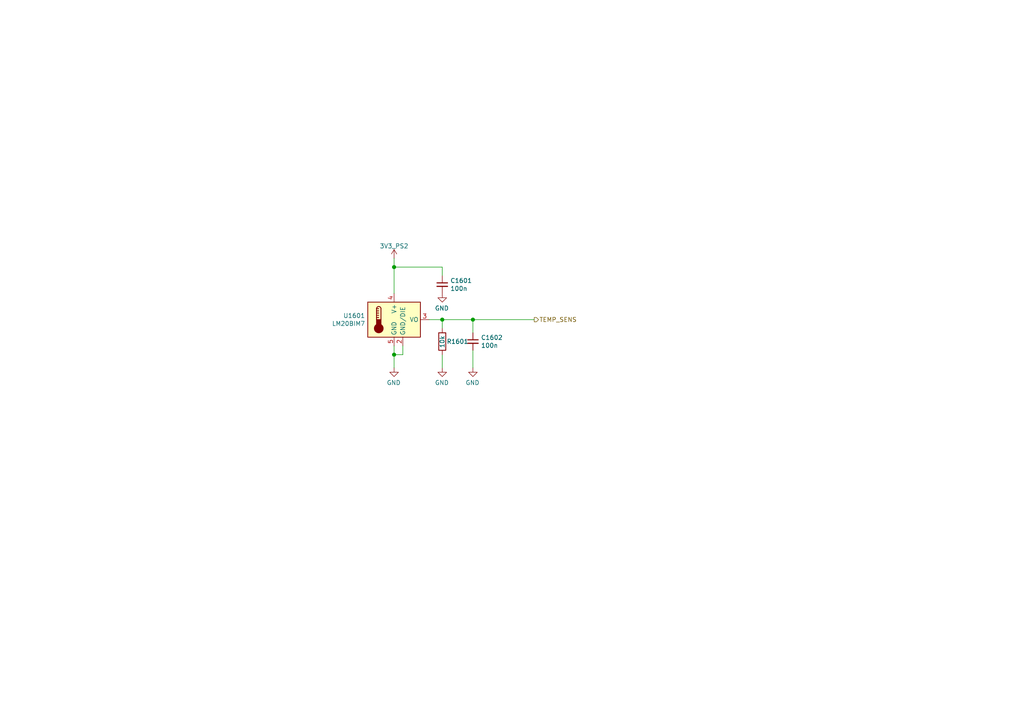
<source format=kicad_sch>
(kicad_sch (version 20230121) (generator eeschema)
  (paper "A4")
  (title_block (title "PS2 EE Analog Temperature Sensor") (rev "0.3") (comment 5 "-a project by Tschicki"))
  (lib_symbols
    (symbol "PS2:3V5" (power) (pin_names (offset 0))
      (property "Value" "3V3_PS2" (at 0 3.556 0))
      (symbol "3V5_0_1"
        (polyline (pts (xy -0.762 1.27) (xy 0 2.54)))
        (polyline (pts (xy 0 0) (xy 0 2.54)))
        (polyline (pts (xy 0 2.54) (xy 0.762 1.27)))
      )
      (symbol "3V5_1_1"
        (pin power_in line (at 0 0 90) (length 0) hide (name "3V3_PS2") (number "1"))
      )
    )
    (symbol "PS2:LM20BIM7"
      (property "Reference" "U" (at -6.35 6.35 0))
      (property "Value" "LM20BIM7" (at 1.27 6.35 0))
      (symbol "LM20BIM7_0_1"
        (rectangle (start -7.62 5.08) (end 7.62 -5.08) (stroke (width 0.254)) (fill (type background)))
        (circle (center -4.445 -2.54) (radius 1.27) (stroke (width 0.254)) (fill (type outline)))
        (rectangle (start -3.81 -1.905) (end -5.08 0) (stroke (width 0.254)) (fill (type outline)))
        (arc (start -3.81 3.175) (mid -4.445 3.8073) (end -5.08 3.175) (stroke (width 0.254)))
        (polyline (pts (xy -5.08 0.635) (xy -4.445 0.635)) (stroke (width 0.254)))
        (polyline (pts (xy -5.08 1.27) (xy -4.445 1.27)) (stroke (width 0.254)))
        (polyline (pts (xy -5.08 1.905) (xy -4.445 1.905)) (stroke (width 0.254)))
        (polyline (pts (xy -5.08 2.54) (xy -4.445 2.54)) (stroke (width 0.254)))
        (polyline (pts (xy -5.08 3.175) (xy -5.08 0)) (stroke (width 0.254)))
        (polyline (pts (xy -5.08 3.175) (xy -4.445 3.175)) (stroke (width 0.254)))
        (polyline (pts (xy -3.81 3.175) (xy -3.81 0)) (stroke (width 0.254)))
      )
      (symbol "LM20BIM7_1_1"
        (pin no_connect line (at 5.08 -5.08 90) (length 2.54) hide (name "NC") (number "1"))
        (pin passive line (at 2.54 -7.62 90) (length 2.54) (name "GND/DIE") (number "2"))
        (pin output line (at 10.16 0 180) (length 2.54) (name "VO") (number "3"))
        (pin power_in line (at 0 7.62 270) (length 2.54) (name "V+") (number "4"))
        (pin power_in line (at 0 -7.62 90) (length 2.54) (name "GND") (number "5"))
      )
    )
    (symbol "PS2_Capacitors:C_100n_0402" (pin_numbers hide) (pin_names (offset 0.254) hide)
      (property "Reference" "C" (at 0.254 1.778 0))
      (property "Value" "100n" (at 0.254 -2.032 0))
      (symbol "C_100n_0402_0_1"
        (polyline (pts (xy -1.524 -0.508) (xy 1.524 -0.508)) (stroke (width 0.3302)))
        (polyline (pts (xy -1.524 0.508) (xy 1.524 0.508)) (stroke (width 0.3048)))
      )
      (symbol "C_100n_0402_1_1"
        (pin passive line (at 0 2.54 270) (length 2.032) (name "~") (number "1"))
        (pin passive line (at 0 -2.54 90) (length 2.032) (name "~") (number "2"))
      )
    )
    (symbol "PS2_Resistors:R_10k_0402" (pin_numbers hide) (pin_names (offset 0))
      (property "Reference" "R" (at 2.032 0 90))
      (property "Value" "10k" (at 0 0 90))
      (symbol "R_10k_0402_0_1"
        (rectangle (start -1.016 -2.54) (end 1.016 2.54) (stroke (width 0.254)))
      )
      (symbol "R_10k_0402_1_1"
        (pin passive line (at 0 3.81 270) (length 1.27) (name "~") (number "1"))
        (pin passive line (at 0 -3.81 90) (length 1.27) (name "~") (number "2"))
      )
    )
    (symbol "power:GND" (power) (pin_names (offset 0))
      (property "Value" "GND" (at 0 -3.81 0))
      (symbol "GND_0_1"
        (polyline (pts (xy 0 0) (xy 0 -1.27) (xy 1.27 -1.27) (xy 0 -2.54) (xy -1.27 -1.27) (xy 0 -1.27)))
      )
      (symbol "GND_1_1"
        (pin power_in line (at 0 0 270) (length 0) hide (name "GND") (number "1"))
      )
    )
  )
  (junction (at 114.3 77.47) (diameter 1.016))
  (junction (at 128.27 92.71) (diameter 1.016))
  (junction (at 114.3 102.87) (diameter 1.016))
  (junction (at 137.16 92.71) (diameter 1.016))
  (wire (pts (xy 137.16 92.71) (xy 154.94 92.71)))
  (wire (pts (xy 128.27 80.01) (xy 128.27 77.47)))
  (wire (pts (xy 116.84 102.87) (xy 116.84 100.33)))
  (wire (pts (xy 114.3 100.33) (xy 114.3 102.87)))
  (wire (pts (xy 114.3 77.47) (xy 114.3 85.09)))
  (wire (pts (xy 114.3 102.87) (xy 116.84 102.87)))
  (wire (pts (xy 114.3 74.93) (xy 114.3 77.47)))
  (wire (pts (xy 124.46 92.71) (xy 128.27 92.71)))
  (wire (pts (xy 128.27 77.47) (xy 114.3 77.47)))
  (wire (pts (xy 137.16 92.71) (xy 137.16 96.52)))
  (wire (pts (xy 114.3 102.87) (xy 114.3 106.68)))
  (wire (pts (xy 137.16 101.6) (xy 137.16 106.68)))
  (wire (pts (xy 128.27 102.87) (xy 128.27 106.68)))
  (wire (pts (xy 128.27 92.71) (xy 137.16 92.71)))
  (wire (pts (xy 128.27 92.71) (xy 128.27 95.25)))
  (hierarchical_label "TEMP_SENS" (shape output) (at 154.94 92.71 0))
  (symbol (lib_id "power:GND") (at 114.3 106.68 0) (mirror y) (unit 1)
    (property "Reference" "#PWR01602" (effects hide))
    (property "Value" "GND" (at 114.1857 111.0044 0))
  )
  (symbol (lib_id "PS2_Capacitors:C_100n_0402") (at 137.16 99.06 0) (unit 1)
    (property "Reference" "C1602" (at 139.4842 97.9106 0) (effects (justify left)))
    (property "Value" "100n" (at 139.4842 100.2093 0) (effects (justify left)))
    (property "Footprint" "PS2:C_0402_1005Metric" (effects hide))
    (property "Datasheet" "https://www.mouser.at/datasheet/2/447/UPY_NP0X5R_01005_4V_to_25V_V10-3003057.pdf" (effects hide))
    (property "Part Number" "CC0402KRX7R7BB104" (effects hide))
  )
  (symbol (lib_id "power:GND") (at 128.27 106.68 0) (mirror y) (unit 1)
    (property "Reference" "#PWR01604" (effects hide))
    (property "Value" "GND" (at 128.1557 111.0044 0))
  )
  (symbol (lib_id "PS2:LM20BIM7") (at 114.3 92.71 0) (unit 1)
    (property "Reference" "U1601" (at 105.918 91.5606 0) (effects (justify right)))
    (property "Value" "LM20BIM7" (at 105.918 93.8593 0) (effects (justify right)))
    (property "Footprint" "Package_TO_SOT_SMD:SOT-353_SC-70-5" (effects hide))
    (property "Datasheet" "http://www.ti.com/lit/ds/symlink/lm20.pdf" (effects hide))
    (property "Part Number" "LM20BIM7" (effects hide))
  )
  (symbol (lib_id "PS2_Capacitors:C_100n_0402") (at 128.27 82.55 0) (unit 1)
    (property "Reference" "C1601" (at 130.5942 81.4006 0) (effects (justify left)))
    (property "Value" "100n" (at 130.5942 83.6993 0) (effects (justify left)))
    (property "Footprint" "PS2:C_0402_1005Metric" (effects hide))
    (property "Datasheet" "https://www.mouser.at/datasheet/2/447/UPY_NP0X5R_01005_4V_to_25V_V10-3003057.pdf" (effects hide))
    (property "Part Number" "CC0402KRX7R7BB104" (effects hide))
  )
  (symbol (lib_id "power:GND") (at 137.16 106.68 0) (mirror y) (unit 1)
    (property "Reference" "#PWR01605" (effects hide))
    (property "Value" "GND" (at 137.0457 111.0044 0))
  )
  (symbol (lib_id "power:GND") (at 128.27 85.09 0) (mirror y) (unit 1)
    (property "Reference" "#PWR01603" (effects hide))
    (property "Value" "GND" (at 128.1557 89.4144 0))
  )
  (symbol (lib_id "PS2_Resistors:R_10k_0402") (at 128.27 99.06 0) (unit 1)
    (property "Reference" "R1601" (at 129.54 99.06 0) (effects (justify left)))
    (property "Value" "10k" (at 128.27 100.965 90) (effects (justify left)))
    (property "Footprint" "PS2:R_0402_1005Metric" (effects hide))
    (property "Part Number" "RC0402JR-0710KL" (effects hide))
  )
  (symbol (lib_id "PS2:3V5") (at 114.3 74.93 0) (unit 1)
    (property "Reference" "#PWR01601" (effects hide))
    (property "Value" "3V3_PS2" (at 114.3 71.374 0))
  )
)
</source>
